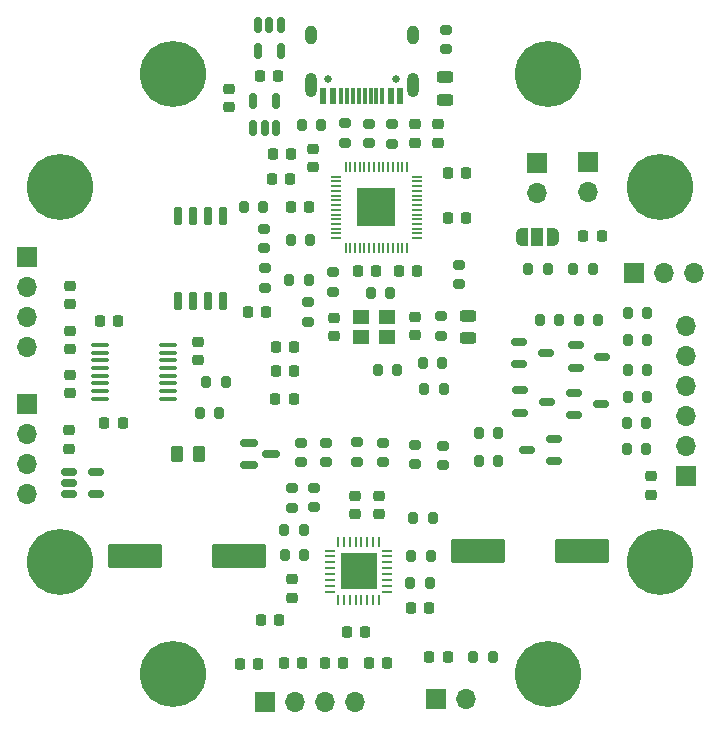
<source format=gbr>
%TF.GenerationSoftware,KiCad,Pcbnew,8.0.1*%
%TF.CreationDate,2024-04-11T10:52:21-07:00*%
%TF.ProjectId,TMC2240_RP2040,544d4332-3234-4305-9f52-50323034302e,rev?*%
%TF.SameCoordinates,Original*%
%TF.FileFunction,Soldermask,Top*%
%TF.FilePolarity,Negative*%
%FSLAX46Y46*%
G04 Gerber Fmt 4.6, Leading zero omitted, Abs format (unit mm)*
G04 Created by KiCad (PCBNEW 8.0.1) date 2024-04-11 10:52:21*
%MOMM*%
%LPD*%
G01*
G04 APERTURE LIST*
G04 Aperture macros list*
%AMRoundRect*
0 Rectangle with rounded corners*
0 $1 Rounding radius*
0 $2 $3 $4 $5 $6 $7 $8 $9 X,Y pos of 4 corners*
0 Add a 4 corners polygon primitive as box body*
4,1,4,$2,$3,$4,$5,$6,$7,$8,$9,$2,$3,0*
0 Add four circle primitives for the rounded corners*
1,1,$1+$1,$2,$3*
1,1,$1+$1,$4,$5*
1,1,$1+$1,$6,$7*
1,1,$1+$1,$8,$9*
0 Add four rect primitives between the rounded corners*
20,1,$1+$1,$2,$3,$4,$5,0*
20,1,$1+$1,$4,$5,$6,$7,0*
20,1,$1+$1,$6,$7,$8,$9,0*
20,1,$1+$1,$8,$9,$2,$3,0*%
%AMFreePoly0*
4,1,19,0.550000,-0.750000,0.000000,-0.750000,0.000000,-0.744911,-0.071157,-0.744911,-0.207708,-0.704816,-0.327430,-0.627875,-0.420627,-0.520320,-0.479746,-0.390866,-0.500000,-0.250000,-0.500000,0.250000,-0.479746,0.390866,-0.420627,0.520320,-0.327430,0.627875,-0.207708,0.704816,-0.071157,0.744911,0.000000,0.744911,0.000000,0.750000,0.550000,0.750000,0.550000,-0.750000,0.550000,-0.750000,
$1*%
%AMFreePoly1*
4,1,19,0.000000,0.744911,0.071157,0.744911,0.207708,0.704816,0.327430,0.627875,0.420627,0.520320,0.479746,0.390866,0.500000,0.250000,0.500000,-0.250000,0.479746,-0.390866,0.420627,-0.520320,0.327430,-0.627875,0.207708,-0.704816,0.071157,-0.744911,0.000000,-0.744911,0.000000,-0.750000,-0.550000,-0.750000,-0.550000,0.750000,0.000000,0.750000,0.000000,0.744911,0.000000,0.744911,
$1*%
%AMFreePoly2*
4,1,14,0.340806,0.106694,0.394194,0.053306,0.412500,0.009112,0.412500,-0.062500,0.394194,-0.106694,0.350000,-0.125000,-0.350000,-0.125000,-0.394194,-0.106694,-0.412500,-0.062500,-0.412500,0.062500,-0.394194,0.106694,-0.350000,0.125000,0.296612,0.125000,0.340806,0.106694,0.340806,0.106694,$1*%
%AMFreePoly3*
4,1,14,0.394194,0.106694,0.412500,0.062500,0.412500,-0.009112,0.394194,-0.053306,0.340806,-0.106694,0.296612,-0.125000,-0.350000,-0.125000,-0.394194,-0.106694,-0.412500,-0.062500,-0.412500,0.062500,-0.394194,0.106694,-0.350000,0.125000,0.350000,0.125000,0.394194,0.106694,0.394194,0.106694,$1*%
%AMFreePoly4*
4,1,14,0.106694,0.394194,0.125000,0.350000,0.125000,-0.350000,0.106694,-0.394194,0.062500,-0.412500,-0.062500,-0.412500,-0.106694,-0.394194,-0.125000,-0.350000,-0.125000,0.296612,-0.106694,0.340806,-0.053306,0.394194,-0.009112,0.412500,0.062500,0.412500,0.106694,0.394194,0.106694,0.394194,$1*%
%AMFreePoly5*
4,1,14,0.053306,0.394194,0.106694,0.340806,0.125000,0.296612,0.125000,-0.350000,0.106694,-0.394194,0.062500,-0.412500,-0.062500,-0.412500,-0.106694,-0.394194,-0.125000,-0.350000,-0.125000,0.350000,-0.106694,0.394194,-0.062500,0.412500,0.009112,0.412500,0.053306,0.394194,0.053306,0.394194,$1*%
%AMFreePoly6*
4,1,14,0.394194,0.106694,0.412500,0.062500,0.412500,-0.062500,0.394194,-0.106694,0.350000,-0.125000,-0.296612,-0.125000,-0.340806,-0.106694,-0.394194,-0.053306,-0.412500,-0.009112,-0.412500,0.062500,-0.394194,0.106694,-0.350000,0.125000,0.350000,0.125000,0.394194,0.106694,0.394194,0.106694,$1*%
%AMFreePoly7*
4,1,14,0.394194,0.106694,0.412500,0.062500,0.412500,-0.062500,0.394194,-0.106694,0.350000,-0.125000,-0.350000,-0.125000,-0.394194,-0.106694,-0.412500,-0.062500,-0.412500,0.009112,-0.394194,0.053306,-0.340806,0.106694,-0.296612,0.125000,0.350000,0.125000,0.394194,0.106694,0.394194,0.106694,$1*%
%AMFreePoly8*
4,1,14,0.106694,0.394194,0.125000,0.350000,0.125000,-0.296612,0.106694,-0.340806,0.053306,-0.394194,0.009112,-0.412500,-0.062500,-0.412500,-0.106694,-0.394194,-0.125000,-0.350000,-0.125000,0.350000,-0.106694,0.394194,-0.062500,0.412500,0.062500,0.412500,0.106694,0.394194,0.106694,0.394194,$1*%
%AMFreePoly9*
4,1,14,0.106694,0.394194,0.125000,0.350000,0.125000,-0.350000,0.106694,-0.394194,0.062500,-0.412500,-0.009112,-0.412500,-0.053306,-0.394194,-0.106694,-0.340806,-0.125000,-0.296612,-0.125000,0.350000,-0.106694,0.394194,-0.062500,0.412500,0.062500,0.412500,0.106694,0.394194,0.106694,0.394194,$1*%
G04 Aperture macros list end*
%ADD10RoundRect,0.250000X0.262500X0.450000X-0.262500X0.450000X-0.262500X-0.450000X0.262500X-0.450000X0*%
%ADD11RoundRect,0.200000X0.200000X0.275000X-0.200000X0.275000X-0.200000X-0.275000X0.200000X-0.275000X0*%
%ADD12RoundRect,0.200000X-0.200000X-0.275000X0.200000X-0.275000X0.200000X0.275000X-0.200000X0.275000X0*%
%ADD13RoundRect,0.150000X-0.512500X-0.150000X0.512500X-0.150000X0.512500X0.150000X-0.512500X0.150000X0*%
%ADD14R,1.700000X1.700000*%
%ADD15O,1.700000X1.700000*%
%ADD16RoundRect,0.225000X0.250000X-0.225000X0.250000X0.225000X-0.250000X0.225000X-0.250000X-0.225000X0*%
%ADD17RoundRect,0.200000X-0.275000X0.200000X-0.275000X-0.200000X0.275000X-0.200000X0.275000X0.200000X0*%
%ADD18RoundRect,0.225000X-0.225000X-0.250000X0.225000X-0.250000X0.225000X0.250000X-0.225000X0.250000X0*%
%ADD19RoundRect,0.200000X0.275000X-0.200000X0.275000X0.200000X-0.275000X0.200000X-0.275000X-0.200000X0*%
%ADD20RoundRect,0.225000X-0.250000X0.225000X-0.250000X-0.225000X0.250000X-0.225000X0.250000X0.225000X0*%
%ADD21RoundRect,0.225000X0.225000X0.250000X-0.225000X0.250000X-0.225000X-0.250000X0.225000X-0.250000X0*%
%ADD22C,5.600000*%
%ADD23C,0.650000*%
%ADD24R,0.600000X1.450000*%
%ADD25R,0.300000X1.450000*%
%ADD26O,1.000000X2.100000*%
%ADD27O,1.000000X1.600000*%
%ADD28RoundRect,0.050000X-0.387500X-0.050000X0.387500X-0.050000X0.387500X0.050000X-0.387500X0.050000X0*%
%ADD29RoundRect,0.050000X-0.050000X-0.387500X0.050000X-0.387500X0.050000X0.387500X-0.050000X0.387500X0*%
%ADD30R,3.200000X3.200000*%
%ADD31RoundRect,0.150000X-0.150000X0.512500X-0.150000X-0.512500X0.150000X-0.512500X0.150000X0.512500X0*%
%ADD32RoundRect,0.243750X0.456250X-0.243750X0.456250X0.243750X-0.456250X0.243750X-0.456250X-0.243750X0*%
%ADD33R,1.400000X1.200000*%
%ADD34RoundRect,0.150000X0.512500X0.150000X-0.512500X0.150000X-0.512500X-0.150000X0.512500X-0.150000X0*%
%ADD35RoundRect,0.250001X-2.049999X-0.799999X2.049999X-0.799999X2.049999X0.799999X-2.049999X0.799999X0*%
%ADD36RoundRect,0.150000X-0.587500X-0.150000X0.587500X-0.150000X0.587500X0.150000X-0.587500X0.150000X0*%
%ADD37RoundRect,0.250001X2.049999X0.799999X-2.049999X0.799999X-2.049999X-0.799999X2.049999X-0.799999X0*%
%ADD38RoundRect,0.243750X-0.456250X0.243750X-0.456250X-0.243750X0.456250X-0.243750X0.456250X0.243750X0*%
%ADD39RoundRect,0.100000X-0.637500X-0.100000X0.637500X-0.100000X0.637500X0.100000X-0.637500X0.100000X0*%
%ADD40RoundRect,0.150000X0.150000X-0.512500X0.150000X0.512500X-0.150000X0.512500X-0.150000X-0.512500X0*%
%ADD41FreePoly0,180.000000*%
%ADD42R,1.000000X1.500000*%
%ADD43FreePoly1,180.000000*%
%ADD44FreePoly2,270.000000*%
%ADD45RoundRect,0.062500X-0.062500X0.350000X-0.062500X-0.350000X0.062500X-0.350000X0.062500X0.350000X0*%
%ADD46FreePoly3,270.000000*%
%ADD47FreePoly4,270.000000*%
%ADD48RoundRect,0.062500X-0.350000X0.062500X-0.350000X-0.062500X0.350000X-0.062500X0.350000X0.062500X0*%
%ADD49FreePoly5,270.000000*%
%ADD50FreePoly6,270.000000*%
%ADD51FreePoly7,270.000000*%
%ADD52FreePoly8,270.000000*%
%ADD53FreePoly9,270.000000*%
%ADD54R,3.100000X3.100000*%
%ADD55RoundRect,0.150000X-0.150000X0.650000X-0.150000X-0.650000X0.150000X-0.650000X0.150000X0.650000X0*%
G04 APERTURE END LIST*
D10*
%TO.C,R27*%
X111712500Y-142650000D03*
X109887500Y-142650000D03*
%TD*%
D11*
%TO.C,R40*%
X142225000Y-131300000D03*
X140575000Y-131300000D03*
%TD*%
D12*
%TO.C,R39*%
X145550000Y-131300000D03*
X143900000Y-131300000D03*
%TD*%
D13*
%TO.C,D5*%
X138925000Y-137250000D03*
X138925000Y-139150000D03*
X141200000Y-138200000D03*
%TD*%
%TO.C,D4*%
X143525000Y-137450000D03*
X143525000Y-139350000D03*
X145800000Y-138400000D03*
%TD*%
%TO.C,D3*%
X143625000Y-133450000D03*
X143625000Y-135350000D03*
X145900000Y-134400000D03*
%TD*%
%TO.C,D2*%
X138825000Y-133150000D03*
X138825000Y-135050000D03*
X141100000Y-134100000D03*
%TD*%
D14*
%TO.C,J2*%
X153000000Y-144500000D03*
D15*
X153000000Y-141960000D03*
X153000000Y-139420000D03*
X153000000Y-136880000D03*
X153000000Y-134340000D03*
X153000000Y-131800000D03*
%TD*%
D16*
%TO.C,C45*%
X100750000Y-142175000D03*
X100750000Y-140625000D03*
%TD*%
D12*
%TO.C,R36*%
X143425000Y-126950000D03*
X145075000Y-126950000D03*
%TD*%
D17*
%TO.C,R41*%
X132650000Y-106700000D03*
X132650000Y-108350000D03*
%TD*%
D16*
%TO.C,C12*%
X124950000Y-147725000D03*
X124950000Y-146175000D03*
%TD*%
D17*
%TO.C,R14*%
X121500000Y-145500000D03*
X121500000Y-147150000D03*
%TD*%
D18*
%TO.C,C29*%
X132825000Y-118850000D03*
X134375000Y-118850000D03*
%TD*%
D19*
%TO.C,R26*%
X117300000Y-128550000D03*
X117300000Y-126900000D03*
%TD*%
D17*
%TO.C,R43*%
X124100000Y-114625000D03*
X124100000Y-116275000D03*
%TD*%
D11*
%TO.C,R29*%
X149700000Y-135500000D03*
X148050000Y-135500000D03*
%TD*%
%TO.C,R30*%
X149600000Y-140000000D03*
X147950000Y-140000000D03*
%TD*%
D17*
%TO.C,R47*%
X126100000Y-114675000D03*
X126100000Y-116325000D03*
%TD*%
D12*
%TO.C,R8*%
X119400000Y-127875000D03*
X121050000Y-127875000D03*
%TD*%
D20*
%TO.C,C6*%
X119600000Y-153250000D03*
X119600000Y-154800000D03*
%TD*%
D21*
%TO.C,C43*%
X105275000Y-140050000D03*
X103725000Y-140050000D03*
%TD*%
D14*
%TO.C,J14*%
X97200000Y-125980000D03*
D15*
X97200000Y-128520000D03*
X97200000Y-131060000D03*
X97200000Y-133600000D03*
%TD*%
D19*
%TO.C,R10*%
X123060000Y-128895000D03*
X123060000Y-127245000D03*
%TD*%
D21*
%TO.C,C44*%
X104875000Y-131400000D03*
X103325000Y-131400000D03*
%TD*%
D12*
%TO.C,R35*%
X135425000Y-143250000D03*
X137075000Y-143250000D03*
%TD*%
D22*
%TO.C,J10*%
X141275000Y-161275000D03*
%TD*%
D12*
%TO.C,R16*%
X130800000Y-137150000D03*
X132450000Y-137150000D03*
%TD*%
D17*
%TO.C,R13*%
X119600000Y-145525000D03*
X119600000Y-147175000D03*
%TD*%
D23*
%TO.C,J19*%
X128410000Y-110850000D03*
X122630000Y-110850000D03*
D24*
X128770000Y-112295000D03*
X127970000Y-112295000D03*
D25*
X126770000Y-112295000D03*
X125770000Y-112295000D03*
X125270000Y-112295000D03*
X124270000Y-112295000D03*
D24*
X123070000Y-112295000D03*
X122270000Y-112295000D03*
X122270000Y-112295000D03*
X123070000Y-112295000D03*
D25*
X123770000Y-112295000D03*
X124770000Y-112295000D03*
X126270000Y-112295000D03*
X127270000Y-112295000D03*
D24*
X127970000Y-112295000D03*
X128770000Y-112295000D03*
D26*
X129840000Y-111380000D03*
D27*
X129840000Y-107200000D03*
D26*
X121200000Y-111380000D03*
D27*
X121200000Y-107200000D03*
%TD*%
D18*
%TO.C,C17*%
X144275000Y-124200000D03*
X145825000Y-124200000D03*
%TD*%
D12*
%TO.C,R4*%
X119515000Y-124490000D03*
X121165000Y-124490000D03*
%TD*%
D21*
%TO.C,C11*%
X116775000Y-160450000D03*
X115225000Y-160450000D03*
%TD*%
D18*
%TO.C,C34*%
X115875000Y-130650000D03*
X117425000Y-130650000D03*
%TD*%
D22*
%TO.C,J5*%
X100000000Y-120000000D03*
%TD*%
D16*
%TO.C,C19*%
X123200000Y-132650000D03*
X123200000Y-131100000D03*
%TD*%
D12*
%TO.C,R5*%
X112350000Y-136500000D03*
X114000000Y-136500000D03*
%TD*%
D19*
%TO.C,R2*%
X122500000Y-143325000D03*
X122500000Y-141675000D03*
%TD*%
D28*
%TO.C,U5*%
X123312500Y-119162500D03*
X123312500Y-119562500D03*
X123312500Y-119962500D03*
X123312500Y-120362500D03*
X123312500Y-120762500D03*
X123312500Y-121162500D03*
X123312500Y-121562500D03*
X123312500Y-121962500D03*
X123312500Y-122362500D03*
X123312500Y-122762500D03*
X123312500Y-123162500D03*
X123312500Y-123562500D03*
X123312500Y-123962500D03*
X123312500Y-124362500D03*
D29*
X124150000Y-125200000D03*
X124550000Y-125200000D03*
X124950000Y-125200000D03*
X125350000Y-125200000D03*
X125750000Y-125200000D03*
X126150000Y-125200000D03*
X126550000Y-125200000D03*
X126950000Y-125200000D03*
X127350000Y-125200000D03*
X127750000Y-125200000D03*
X128150000Y-125200000D03*
X128550000Y-125200000D03*
X128950000Y-125200000D03*
X129350000Y-125200000D03*
D28*
X130187500Y-124362500D03*
X130187500Y-123962500D03*
X130187500Y-123562500D03*
X130187500Y-123162500D03*
X130187500Y-122762500D03*
X130187500Y-122362500D03*
X130187500Y-121962500D03*
X130187500Y-121562500D03*
X130187500Y-121162500D03*
X130187500Y-120762500D03*
X130187500Y-120362500D03*
X130187500Y-119962500D03*
X130187500Y-119562500D03*
X130187500Y-119162500D03*
D29*
X129350000Y-118325000D03*
X128950000Y-118325000D03*
X128550000Y-118325000D03*
X128150000Y-118325000D03*
X127750000Y-118325000D03*
X127350000Y-118325000D03*
X126950000Y-118325000D03*
X126550000Y-118325000D03*
X126150000Y-118325000D03*
X125750000Y-118325000D03*
X125350000Y-118325000D03*
X124950000Y-118325000D03*
X124550000Y-118325000D03*
X124150000Y-118325000D03*
D30*
X126750000Y-121762500D03*
%TD*%
D21*
%TO.C,C13*%
X118515000Y-156670000D03*
X116965000Y-156670000D03*
%TD*%
%TO.C,C14*%
X123950000Y-160350000D03*
X122400000Y-160350000D03*
%TD*%
D22*
%TO.C,J12*%
X141275000Y-110475000D03*
%TD*%
D31*
%TO.C,U7*%
X118650000Y-106275000D03*
X117700000Y-106275000D03*
X116750000Y-106275000D03*
X116750000Y-108550000D03*
X118650000Y-108550000D03*
%TD*%
D32*
%TO.C,D16*%
X134550000Y-132837500D03*
X134550000Y-130962500D03*
%TD*%
D33*
%TO.C,Y1*%
X127700000Y-131000000D03*
X125500000Y-131000000D03*
X125500000Y-132700000D03*
X127700000Y-132700000D03*
%TD*%
D11*
%TO.C,R23*%
X120650000Y-151200000D03*
X119000000Y-151200000D03*
%TD*%
D20*
%TO.C,C40*%
X111650000Y-133150000D03*
X111650000Y-134700000D03*
%TD*%
D22*
%TO.C,J6*%
X100000000Y-151750000D03*
%TD*%
D34*
%TO.C,D1*%
X141775000Y-143250000D03*
X141775000Y-141350000D03*
X139500000Y-142300000D03*
%TD*%
D20*
%TO.C,C2*%
X150000000Y-144525000D03*
X150000000Y-146075000D03*
%TD*%
D19*
%TO.C,R24*%
X130030000Y-143490000D03*
X130030000Y-141840000D03*
%TD*%
D17*
%TO.C,R3*%
X120350000Y-141675000D03*
X120350000Y-143325000D03*
%TD*%
D11*
%TO.C,R11*%
X131300000Y-153550000D03*
X129650000Y-153550000D03*
%TD*%
D35*
%TO.C,C7*%
X135400000Y-150850000D03*
X144200000Y-150850000D03*
%TD*%
D14*
%TO.C,J1*%
X131825000Y-163400000D03*
D15*
X134365000Y-163400000D03*
%TD*%
D19*
%TO.C,R25*%
X132380000Y-143610000D03*
X132380000Y-141960000D03*
%TD*%
D36*
%TO.C,Q1*%
X115975000Y-141700000D03*
X115975000Y-143600000D03*
X117850000Y-142650000D03*
%TD*%
D19*
%TO.C,R21*%
X125140000Y-143310000D03*
X125140000Y-141660000D03*
%TD*%
D11*
%TO.C,R38*%
X127925000Y-129000000D03*
X126275000Y-129000000D03*
%TD*%
D19*
%TO.C,R20*%
X133740000Y-128245000D03*
X133740000Y-126595000D03*
%TD*%
D21*
%TO.C,C37*%
X119775000Y-133550000D03*
X118225000Y-133550000D03*
%TD*%
D18*
%TO.C,C10*%
X129675000Y-155650000D03*
X131225000Y-155650000D03*
%TD*%
D22*
%TO.C,J8*%
X150800000Y-151750000D03*
%TD*%
D37*
%TO.C,C4*%
X115150000Y-151250000D03*
X106350000Y-151250000D03*
%TD*%
D13*
%TO.C,U8*%
X100725000Y-144150000D03*
X100725000Y-145100000D03*
X100725000Y-146050000D03*
X103000000Y-146050000D03*
X103000000Y-144150000D03*
%TD*%
D22*
%TO.C,J9*%
X109525000Y-161275000D03*
%TD*%
D18*
%TO.C,C5*%
X124250000Y-157750000D03*
X125800000Y-157750000D03*
%TD*%
%TO.C,C15*%
X126150000Y-160350000D03*
X127700000Y-160350000D03*
%TD*%
D11*
%TO.C,R18*%
X132350000Y-134925000D03*
X130700000Y-134925000D03*
%TD*%
D14*
%TO.C,J16*%
X148610000Y-127350000D03*
D15*
X151150000Y-127350000D03*
X153690000Y-127350000D03*
%TD*%
D11*
%TO.C,R31*%
X149700000Y-133000000D03*
X148050000Y-133000000D03*
%TD*%
%TO.C,R28*%
X149700000Y-130700000D03*
X148050000Y-130700000D03*
%TD*%
%TO.C,R32*%
X148050000Y-137800000D03*
X149700000Y-137800000D03*
%TD*%
D38*
%TO.C,D15*%
X132600000Y-110750000D03*
X132600000Y-112625000D03*
%TD*%
D22*
%TO.C,J7*%
X150800000Y-120000000D03*
%TD*%
D17*
%TO.C,R42*%
X132200000Y-130975000D03*
X132200000Y-132625000D03*
%TD*%
D14*
%TO.C,J4*%
X117330000Y-163600000D03*
D15*
X119870000Y-163600000D03*
X122410000Y-163600000D03*
X124950000Y-163600000D03*
%TD*%
D11*
%TO.C,R33*%
X149600000Y-142200000D03*
X147950000Y-142200000D03*
%TD*%
D39*
%TO.C,U6*%
X103400000Y-133400000D03*
X103400000Y-134050000D03*
X103400000Y-134700000D03*
X103400000Y-135350000D03*
X103400000Y-136000000D03*
X103400000Y-136650000D03*
X103400000Y-137300000D03*
X103400000Y-137950000D03*
X109125000Y-137950000D03*
X109125000Y-137300000D03*
X109125000Y-136650000D03*
X109125000Y-136000000D03*
X109125000Y-135350000D03*
X109125000Y-134700000D03*
X109125000Y-134050000D03*
X109125000Y-133400000D03*
%TD*%
D21*
%TO.C,C36*%
X119750000Y-137950000D03*
X118200000Y-137950000D03*
%TD*%
D16*
%TO.C,C9*%
X126950000Y-147725000D03*
X126950000Y-146175000D03*
%TD*%
D11*
%TO.C,R17*%
X128525000Y-135500000D03*
X126875000Y-135500000D03*
%TD*%
D12*
%TO.C,R7*%
X111805000Y-139190000D03*
X113455000Y-139190000D03*
%TD*%
D20*
%TO.C,C39*%
X100850000Y-132200000D03*
X100850000Y-133750000D03*
%TD*%
D12*
%TO.C,R12*%
X129700000Y-151300000D03*
X131350000Y-151300000D03*
%TD*%
D14*
%TO.C,J15*%
X97200000Y-138400000D03*
D15*
X97200000Y-140940000D03*
X97200000Y-143480000D03*
X97200000Y-146020000D03*
%TD*%
D21*
%TO.C,C28*%
X121075000Y-121700000D03*
X119525000Y-121700000D03*
%TD*%
D19*
%TO.C,R19*%
X121000000Y-131425000D03*
X121000000Y-129775000D03*
%TD*%
D21*
%TO.C,C16*%
X119775000Y-135650000D03*
X118225000Y-135650000D03*
%TD*%
D16*
%TO.C,C31*%
X114300000Y-113250000D03*
X114300000Y-111700000D03*
%TD*%
D20*
%TO.C,C42*%
X100850000Y-135950000D03*
X100850000Y-137500000D03*
%TD*%
%TO.C,C18*%
X130000000Y-131025000D03*
X130000000Y-132575000D03*
%TD*%
D18*
%TO.C,C20*%
X128670000Y-127180000D03*
X130220000Y-127180000D03*
%TD*%
D21*
%TO.C,C1*%
X132800000Y-159800000D03*
X131250000Y-159800000D03*
%TD*%
D17*
%TO.C,R48*%
X128050000Y-114700000D03*
X128050000Y-116350000D03*
%TD*%
D12*
%TO.C,R37*%
X139625000Y-126950000D03*
X141275000Y-126950000D03*
%TD*%
D14*
%TO.C,SW2*%
X140400000Y-118000000D03*
D15*
X140400000Y-120540000D03*
%TD*%
D11*
%TO.C,R1*%
X136625000Y-159800000D03*
X134975000Y-159800000D03*
%TD*%
%TO.C,R44*%
X122100000Y-114800000D03*
X120450000Y-114800000D03*
%TD*%
D18*
%TO.C,C25*%
X132825000Y-122650000D03*
X134375000Y-122650000D03*
%TD*%
D11*
%TO.C,R22*%
X120600000Y-149100000D03*
X118950000Y-149100000D03*
%TD*%
D21*
%TO.C,C32*%
X118450000Y-110600000D03*
X116900000Y-110600000D03*
%TD*%
D19*
%TO.C,R45*%
X117250000Y-125200000D03*
X117250000Y-123550000D03*
%TD*%
D40*
%TO.C,U3*%
X116350000Y-115050000D03*
X117300000Y-115050000D03*
X118250000Y-115050000D03*
X118250000Y-112775000D03*
X116350000Y-112775000D03*
%TD*%
D11*
%TO.C,R15*%
X131525000Y-148050000D03*
X129875000Y-148050000D03*
%TD*%
D21*
%TO.C,C33*%
X119525000Y-117250000D03*
X117975000Y-117250000D03*
%TD*%
%TO.C,C24*%
X126715000Y-127180000D03*
X125165000Y-127180000D03*
%TD*%
D14*
%TO.C,SW1*%
X144700000Y-117925000D03*
D15*
X144700000Y-120465000D03*
%TD*%
D19*
%TO.C,R9*%
X127290000Y-143335000D03*
X127290000Y-141685000D03*
%TD*%
D22*
%TO.C,J11*%
X109525000Y-110475000D03*
%TD*%
D41*
%TO.C,JP1*%
X141700000Y-124250000D03*
D42*
X140400000Y-124250000D03*
D43*
X139100000Y-124250000D03*
%TD*%
D16*
%TO.C,C22*%
X129990000Y-116275000D03*
X129990000Y-114725000D03*
%TD*%
D12*
%TO.C,R34*%
X135425000Y-140850000D03*
X137075000Y-140850000D03*
%TD*%
D16*
%TO.C,C23*%
X121400000Y-118325000D03*
X121400000Y-116775000D03*
%TD*%
%TO.C,C41*%
X100850000Y-129950000D03*
X100850000Y-128400000D03*
%TD*%
D21*
%TO.C,C35*%
X119490000Y-119370000D03*
X117940000Y-119370000D03*
%TD*%
D44*
%TO.C,U1*%
X127000000Y-150125000D03*
D45*
X126500000Y-150125000D03*
X126000000Y-150125000D03*
X125500000Y-150125000D03*
X125000000Y-150125000D03*
X124500000Y-150125000D03*
X124000000Y-150125000D03*
D46*
X123500000Y-150125000D03*
D47*
X122812500Y-150812500D03*
D48*
X122812500Y-151312500D03*
X122812500Y-151812500D03*
X122812500Y-152312500D03*
X122812500Y-152812500D03*
X122812500Y-153312500D03*
X122812500Y-153812500D03*
D49*
X122812500Y-154312500D03*
D50*
X123500000Y-155000000D03*
D45*
X124000000Y-155000000D03*
X124500000Y-155000000D03*
X125000000Y-155000000D03*
X125500000Y-155000000D03*
X126000000Y-155000000D03*
X126500000Y-155000000D03*
D51*
X127000000Y-155000000D03*
D52*
X127687500Y-154312500D03*
D48*
X127687500Y-153812500D03*
X127687500Y-153312500D03*
X127687500Y-152812500D03*
X127687500Y-152312500D03*
X127687500Y-151812500D03*
X127687500Y-151312500D03*
D53*
X127687500Y-150812500D03*
D54*
X125250000Y-152562500D03*
%TD*%
D12*
%TO.C,R6*%
X115550000Y-121690000D03*
X117200000Y-121690000D03*
%TD*%
D18*
%TO.C,C8*%
X118950000Y-160350000D03*
X120500000Y-160350000D03*
%TD*%
D16*
%TO.C,C30*%
X131960000Y-116265000D03*
X131960000Y-114715000D03*
%TD*%
D55*
%TO.C,U4*%
X113770000Y-122450000D03*
X112500000Y-122450000D03*
X111230000Y-122450000D03*
X109960000Y-122450000D03*
X109960000Y-129650000D03*
X111230000Y-129650000D03*
X112500000Y-129650000D03*
X113770000Y-129650000D03*
%TD*%
M02*

</source>
